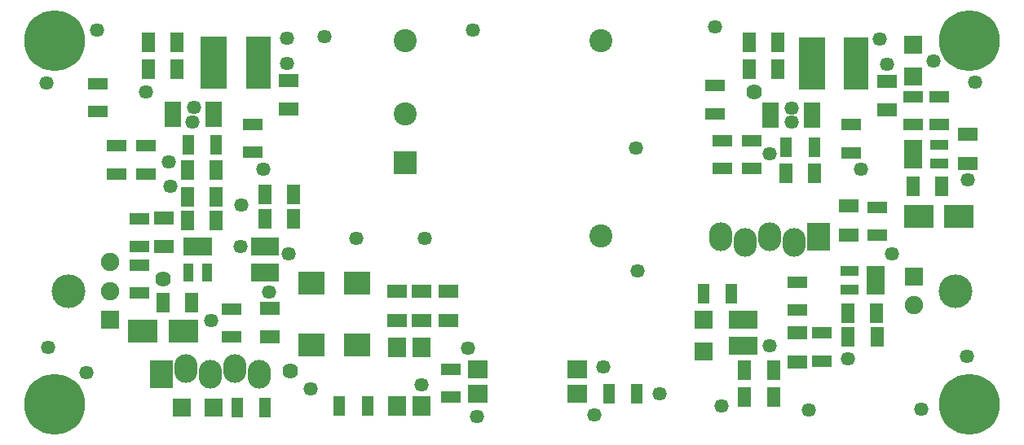
<source format=gts>
G04 #@! TF.GenerationSoftware,KiCad,Pcbnew,(5.0.0)*
G04 #@! TF.CreationDate,2020-02-24T01:00:23-08:00*
G04 #@! TF.ProjectId,PowerShuffler,506F77657253687566666C65722E6B69,rev?*
G04 #@! TF.SameCoordinates,Original*
G04 #@! TF.FileFunction,Soldermask,Top*
G04 #@! TF.FilePolarity,Negative*
%FSLAX46Y46*%
G04 Gerber Fmt 4.6, Leading zero omitted, Abs format (unit mm)*
G04 Created by KiCad (PCBNEW (5.0.0)) date 02/24/20 01:00:23*
%MOMM*%
%LPD*%
G01*
G04 APERTURE LIST*
%ADD10R,2.400000X3.000000*%
%ADD11O,2.400000X3.000000*%
%ADD12R,1.400000X2.000000*%
%ADD13R,1.800000X0.680000*%
%ADD14R,1.900000X2.000000*%
%ADD15R,1.900000X1.900000*%
%ADD16R,2.787600X2.457400*%
%ADD17R,2.000000X1.400000*%
%ADD18C,1.900000*%
%ADD19C,3.500000*%
%ADD20R,1.050000X1.960000*%
%ADD21R,1.960000X1.050000*%
%ADD22C,6.316000*%
%ADD23C,2.400000*%
%ADD24R,2.400000X2.400000*%
%ADD25R,2.000000X1.900000*%
%ADD26R,2.700000X5.500000*%
%ADD27R,2.600000X5.500000*%
%ADD28R,3.050000X2.430000*%
%ADD29R,2.100000X1.300000*%
%ADD30R,1.300000X2.100000*%
%ADD31C,1.466800*%
%ADD32C,1.619200*%
G04 APERTURE END LIST*
D10*
G04 #@! TO.C,J2*
X68237100Y-109385100D03*
D11*
X70777100Y-108785100D03*
X73317100Y-109385100D03*
X75857100Y-108785100D03*
X78397100Y-109385100D03*
G04 #@! TD*
D10*
G04 #@! TO.C,J4*
X136436100Y-95140500D03*
D11*
X133896100Y-95740500D03*
X131356100Y-95140500D03*
X128816100Y-95740500D03*
X126276100Y-95140500D03*
G04 #@! TD*
D12*
G04 #@! TO.C,C28*
X69838700Y-74904600D03*
X66838700Y-74904600D03*
G04 #@! TD*
D13*
G04 #@! TO.C,U6*
X135756700Y-81452400D03*
X135756700Y-81952400D03*
X135756700Y-82452400D03*
X135756700Y-82952400D03*
X135756700Y-83452400D03*
X131476700Y-83452400D03*
X131476700Y-82952400D03*
X131476700Y-82452400D03*
X131476700Y-81952400D03*
X131476700Y-81452400D03*
G04 #@! TD*
G04 #@! TO.C,U2*
X73679100Y-81363500D03*
X73679100Y-81863500D03*
X73679100Y-82363500D03*
X73679100Y-82863500D03*
X73679100Y-83363500D03*
X69399100Y-83363500D03*
X69399100Y-82863500D03*
X69399100Y-82363500D03*
X69399100Y-81863500D03*
X69399100Y-81363500D03*
G04 #@! TD*
D14*
G04 #@! TO.C,S1*
X92679632Y-106604059D03*
X95219632Y-106604059D03*
X95219632Y-112700059D03*
X92679632Y-112700059D03*
G04 #@! TD*
D15*
G04 #@! TO.C,D3*
X146278600Y-78408800D03*
X146278600Y-75108800D03*
G04 #@! TD*
G04 #@! TO.C,D2*
X124548900Y-103709200D03*
X124548900Y-107009200D03*
G04 #@! TD*
G04 #@! TO.C,D1*
X73671700Y-112928400D03*
X70371700Y-112928400D03*
G04 #@! TD*
D16*
G04 #@! TO.C,C26*
X88577532Y-99898459D03*
X88577532Y-106350059D03*
G04 #@! TD*
G04 #@! TO.C,C27*
X83776932Y-106350060D03*
X83776932Y-99898460D03*
G04 #@! TD*
D17*
G04 #@! TO.C,C25*
X81419700Y-81852900D03*
X81419700Y-78852900D03*
G04 #@! TD*
D15*
G04 #@! TO.C,J3*
X146405600Y-99259000D03*
D18*
X146405600Y-102259000D03*
D19*
X150725600Y-100759000D03*
G04 #@! TD*
D15*
G04 #@! TO.C,J1*
X62903100Y-103759000D03*
D18*
X62903100Y-100759000D03*
X62903100Y-97759000D03*
D19*
X58583100Y-100759000D03*
G04 #@! TD*
D20*
G04 #@! TO.C,U1*
X72946300Y-96160600D03*
X71996300Y-96160600D03*
X71046300Y-96160600D03*
X71046300Y-98860600D03*
X72946300Y-98860600D03*
G04 #@! TD*
D21*
G04 #@! TO.C,U8*
X139670800Y-100594200D03*
X139670800Y-98694200D03*
X142370800Y-98694200D03*
X142370800Y-99644200D03*
X142370800Y-100594200D03*
G04 #@! TD*
D22*
G04 #@! TO.C,MNT1*
X57150000Y-74676000D03*
G04 #@! TD*
G04 #@! TO.C,MNT2*
X152146000Y-74676000D03*
G04 #@! TD*
G04 #@! TO.C,MNT3*
X57150000Y-112522000D03*
G04 #@! TD*
G04 #@! TO.C,MNT4*
X152146000Y-112522000D03*
G04 #@! TD*
D23*
G04 #@! TO.C,U4*
X113868200Y-74663300D03*
X113868200Y-94983300D03*
X93548200Y-74663300D03*
X93548200Y-82283300D03*
D24*
X93548200Y-87363300D03*
G04 #@! TD*
D25*
G04 #@! TO.C,S2*
X101035500Y-111455200D03*
X101035500Y-108915200D03*
X111435500Y-108915200D03*
X111435500Y-111455200D03*
G04 #@! TD*
D26*
G04 #@! TO.C,L1*
X73675900Y-77000100D03*
D27*
X78275900Y-77000100D03*
G04 #@! TD*
D26*
G04 #@! TO.C,L2*
X135753500Y-77114400D03*
D27*
X140353500Y-77114400D03*
G04 #@! TD*
D12*
G04 #@! TO.C,C11*
X73902700Y-90919300D03*
X70902700Y-90919300D03*
G04 #@! TD*
D17*
G04 #@! TO.C,C24*
X134239000Y-105129200D03*
X134239000Y-108129200D03*
G04 #@! TD*
D12*
G04 #@! TO.C,C23*
X146264500Y-89852500D03*
X149264500Y-89852500D03*
G04 #@! TD*
G04 #@! TO.C,C22*
X136069200Y-88519000D03*
X133069200Y-88519000D03*
G04 #@! TD*
D17*
G04 #@! TO.C,C21*
X139623800Y-94933900D03*
X139623800Y-91933900D03*
G04 #@! TD*
D12*
G04 #@! TO.C,C18*
X128789300Y-108975650D03*
X131789300Y-108975650D03*
G04 #@! TD*
D17*
G04 #@! TO.C,C20*
X143560800Y-78941800D03*
X143560800Y-81941800D03*
G04 #@! TD*
D12*
G04 #@! TO.C,C19*
X128776600Y-111810800D03*
X131776600Y-111810800D03*
G04 #@! TD*
D17*
G04 #@! TO.C,C17*
X151968200Y-87479000D03*
X151968200Y-84479000D03*
G04 #@! TD*
D12*
G04 #@! TO.C,C16*
X139516681Y-103073200D03*
X142516681Y-103073200D03*
G04 #@! TD*
G04 #@! TO.C,C14*
X129259200Y-74853800D03*
X132259200Y-74853800D03*
G04 #@! TD*
G04 #@! TO.C,C13*
X129259200Y-77685900D03*
X132259200Y-77685900D03*
G04 #@! TD*
G04 #@! TO.C,C10*
X73902700Y-88201500D03*
X70902700Y-88201500D03*
G04 #@! TD*
G04 #@! TO.C,C9*
X78956950Y-93216393D03*
X81956950Y-93216393D03*
G04 #@! TD*
G04 #@! TO.C,C8*
X78956950Y-90701793D03*
X81956950Y-90701793D03*
G04 #@! TD*
D17*
G04 #@! TO.C,C7*
X79514700Y-105525700D03*
X79514700Y-102525700D03*
G04 #@! TD*
G04 #@! TO.C,C6*
X98044000Y-103811200D03*
X98044000Y-100811200D03*
G04 #@! TD*
G04 #@! TO.C,C5*
X95224600Y-103811200D03*
X95224600Y-100811200D03*
G04 #@! TD*
D12*
G04 #@! TO.C,C4*
X68362700Y-101993700D03*
X71362700Y-101993700D03*
G04 #@! TD*
G04 #@! TO.C,C1*
X66826000Y-77698600D03*
X69826000Y-77698600D03*
G04 #@! TD*
D17*
G04 #@! TO.C,C3*
X68440300Y-96140400D03*
X68440300Y-93140400D03*
G04 #@! TD*
D12*
G04 #@! TO.C,C15*
X139520800Y-105485581D03*
X142520800Y-105485581D03*
G04 #@! TD*
D17*
G04 #@! TO.C,C2*
X92666932Y-103811459D03*
X92666932Y-100811459D03*
G04 #@! TD*
D12*
G04 #@! TO.C,C12*
X73902700Y-93433900D03*
X70902700Y-93433900D03*
G04 #@! TD*
D28*
G04 #@! TO.C,F1*
X70479500Y-104952800D03*
X66299500Y-104952800D03*
G04 #@! TD*
G04 #@! TO.C,F2*
X151035600Y-92964000D03*
X146855600Y-92964000D03*
G04 #@! TD*
D29*
G04 #@! TO.C,R3*
X65902500Y-100967200D03*
X65902500Y-98067200D03*
G04 #@! TD*
D30*
G04 #@! TO.C,R20*
X133106500Y-85826600D03*
X136006500Y-85826600D03*
G04 #@! TD*
D29*
G04 #@! TO.C,R21*
X139852400Y-83449500D03*
X139852400Y-86349500D03*
G04 #@! TD*
G04 #@! TO.C,R22*
X134239000Y-99819800D03*
X134239000Y-102719800D03*
G04 #@! TD*
G04 #@! TO.C,R13*
X125742700Y-82285500D03*
X125742700Y-79385500D03*
G04 #@! TD*
G04 #@! TO.C,R23*
X136804400Y-105128400D03*
X136804400Y-108028400D03*
G04 #@! TD*
G04 #@! TO.C,R19*
X142595600Y-94934700D03*
X142595600Y-92034700D03*
G04 #@! TD*
G04 #@! TO.C,R18*
X146278600Y-83428500D03*
X146278600Y-80528500D03*
G04 #@! TD*
D30*
G04 #@! TO.C,R17*
X127446700Y-101053900D03*
X124546700Y-101053900D03*
G04 #@! TD*
D29*
G04 #@! TO.C,R16*
X129527300Y-88000500D03*
X129527300Y-85100500D03*
G04 #@! TD*
G04 #@! TO.C,R15*
X126441200Y-88000500D03*
X126441200Y-85100500D03*
G04 #@! TD*
D30*
G04 #@! TO.C,R14*
X117604200Y-111455200D03*
X114704200Y-111455200D03*
G04 #@! TD*
D29*
G04 #@! TO.C,R4*
X65900300Y-96141200D03*
X65900300Y-93241200D03*
G04 #@! TD*
G04 #@! TO.C,R5*
X66573400Y-88559300D03*
X66573400Y-85659300D03*
G04 #@! TD*
G04 #@! TO.C,R6*
X75476100Y-105526500D03*
X75476100Y-102626500D03*
G04 #@! TD*
D30*
G04 #@! TO.C,R7*
X89608432Y-112700059D03*
X86708432Y-112700059D03*
G04 #@! TD*
D29*
G04 #@! TO.C,R12*
X148971000Y-80515800D03*
X148971000Y-83415800D03*
G04 #@! TD*
D30*
G04 #@! TO.C,R9*
X71003500Y-85509100D03*
X73903500Y-85509100D03*
G04 #@! TD*
D29*
G04 #@! TO.C,R10*
X77736700Y-83386000D03*
X77736700Y-86286000D03*
G04 #@! TD*
G04 #@! TO.C,R11*
X98298000Y-111813000D03*
X98298000Y-108913000D03*
G04 #@! TD*
G04 #@! TO.C,R1*
X61633100Y-82056900D03*
X61633100Y-79156900D03*
G04 #@! TD*
G04 #@! TO.C,R2*
X63601600Y-88559300D03*
X63601600Y-85659300D03*
G04 #@! TD*
D30*
G04 #@! TO.C,R8*
X76096200Y-112928400D03*
X78996200Y-112928400D03*
G04 #@! TD*
D21*
G04 #@! TO.C,U5*
X146274800Y-85575100D03*
X146274800Y-86525100D03*
X146274800Y-87475100D03*
X148974800Y-87475100D03*
X148974800Y-85575100D03*
G04 #@! TD*
D20*
G04 #@! TO.C,U3*
X78008350Y-98858993D03*
X78958350Y-98858993D03*
X79908350Y-98858993D03*
X79908350Y-96158993D03*
X78008350Y-96158993D03*
X78958350Y-96158993D03*
G04 #@! TD*
G04 #@! TO.C,U7*
X129572543Y-103752150D03*
X128622543Y-103752150D03*
X127672543Y-103752150D03*
X127672543Y-106452150D03*
X129572543Y-106452150D03*
X128622543Y-106452150D03*
G04 #@! TD*
D31*
X69011800Y-87350600D03*
X81280000Y-77038200D03*
X76479400Y-91846400D03*
X81280000Y-74447400D03*
X71577200Y-81635600D03*
X71475600Y-83134200D03*
X69189600Y-89839800D03*
X100965000Y-113842800D03*
X88468200Y-95300800D03*
X95554800Y-95300800D03*
X100584000Y-73609200D03*
X56286400Y-79070200D03*
X61569600Y-73583800D03*
X56464200Y-106629200D03*
X60426600Y-109245400D03*
X85140800Y-74244200D03*
X73380600Y-103860600D03*
X79375000Y-100838000D03*
X83743800Y-110947200D03*
X139509500Y-107784900D03*
X148412200Y-76784200D03*
X151942800Y-89154000D03*
D32*
X129794000Y-80010000D03*
D31*
X140843000Y-88112600D03*
X113157000Y-113639600D03*
X114096800Y-108686600D03*
X117678200Y-98704400D03*
X117475000Y-85902800D03*
X152755600Y-79044800D03*
X135432800Y-113182400D03*
X147142200Y-113080800D03*
X151892000Y-107569000D03*
X125704600Y-73304400D03*
X133629400Y-81711800D03*
X133629400Y-83159600D03*
X144043400Y-96901000D03*
X126365000Y-112687100D03*
X131394200Y-86499700D03*
X119913400Y-111429800D03*
X143586200Y-77165200D03*
X142824200Y-74498200D03*
X131381500Y-106452150D03*
X81457800Y-96901000D03*
X100076000Y-106743500D03*
X76454000Y-96164400D03*
X95224600Y-110540800D03*
X66586100Y-80048100D03*
D32*
X68364100Y-99517200D03*
D31*
X78816200Y-88087200D03*
D32*
X81572100Y-109093000D03*
M02*

</source>
